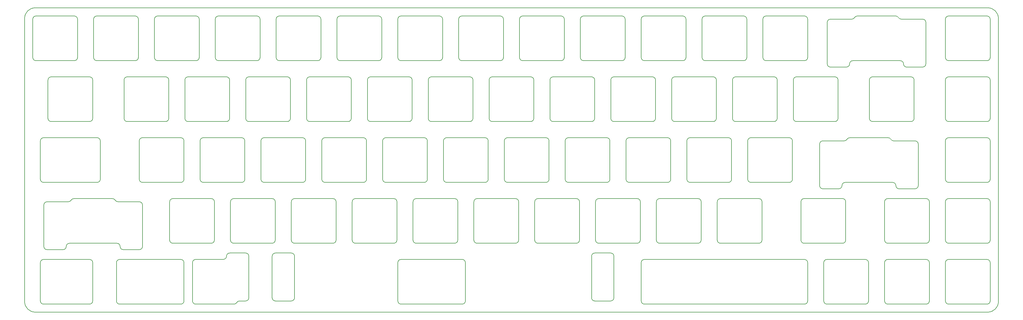
<source format=gbr>
%TF.GenerationSoftware,KiCad,Pcbnew,5.1.7-a382d34a8~88~ubuntu20.04.1*%
%TF.CreationDate,2021-02-20T19:58:06+01:00*%
%TF.ProjectId,discipline-plate,64697363-6970-46c6-996e-652d706c6174,rev?*%
%TF.SameCoordinates,Original*%
%TF.FileFunction,Legend,Bot*%
%TF.FilePolarity,Positive*%
%FSLAX46Y46*%
G04 Gerber Fmt 4.6, Leading zero omitted, Abs format (unit mm)*
G04 Created by KiCad (PCBNEW 5.1.7-a382d34a8~88~ubuntu20.04.1) date 2021-02-20 19:58:06*
%MOMM*%
%LPD*%
G01*
G04 APERTURE LIST*
%TA.AperFunction,Profile*%
%ADD10C,0.200000*%
%TD*%
%TA.AperFunction,Profile*%
%ADD11C,0.150000*%
%TD*%
G04 APERTURE END LIST*
D10*
X356079300Y-119848400D02*
G75*
G02*
X355079300Y-120848400I-1000000J0D01*
G01*
X356079300Y-100798400D02*
G75*
G02*
X355079300Y-101798400I-1000000J0D01*
G01*
X171629300Y-177998400D02*
G75*
G02*
X170629300Y-176998400I0J1000000D01*
G01*
X90673550Y-159948400D02*
G75*
G02*
X89673550Y-160948400I-1000000J0D01*
G01*
X160816800Y-138898400D02*
G75*
G02*
X159816800Y-139898400I-1000000J0D01*
G01*
X155054300Y-106848400D02*
G75*
G02*
X156054300Y-107848400I0J-1000000D01*
G01*
X137273050Y-161998400D02*
G75*
G02*
X138273050Y-162998400I0J-1000000D01*
G01*
X284929300Y-88798400D02*
G75*
G02*
X285929300Y-87798400I1000000J0D01*
G01*
X132273050Y-161998400D02*
X137273050Y-161998400D01*
X75379300Y-100798400D02*
X75379300Y-88798400D01*
X307454300Y-120848400D02*
X295454300Y-120848400D01*
X131273050Y-175998400D02*
X131273050Y-162998400D01*
X138273050Y-162998400D02*
X138273050Y-175998400D01*
X100191800Y-158948400D02*
G75*
G02*
X99191800Y-157948400I0J1000000D01*
G01*
X112191800Y-158948400D02*
X100191800Y-158948400D01*
X221729300Y-101798400D02*
X209729300Y-101798400D01*
X131273050Y-162998400D02*
G75*
G02*
X132273050Y-161998400I1000000J0D01*
G01*
X146529300Y-88798400D02*
X146529300Y-100798400D01*
X231254300Y-106848400D02*
G75*
G02*
X232254300Y-107848400I0J-1000000D01*
G01*
X132529300Y-88798400D02*
G75*
G02*
X133529300Y-87798400I1000000J0D01*
G01*
X89379300Y-88798400D02*
X89379300Y-100798400D01*
X128766800Y-125898400D02*
X140766800Y-125898400D01*
X143054300Y-106848400D02*
X155054300Y-106848400D01*
X62091800Y-106848400D02*
X74091800Y-106848400D01*
X140766800Y-125898400D02*
G75*
G02*
X141766800Y-126898400I0J-1000000D01*
G01*
X356079300Y-145948400D02*
X356079300Y-157948400D01*
X127766800Y-126898400D02*
G75*
G02*
X128766800Y-125898400I1000000J0D01*
G01*
X232254300Y-107848400D02*
X232254300Y-119848400D01*
X245541800Y-158948400D02*
X233541800Y-158948400D01*
X333561050Y-127898400D02*
X333561050Y-140898400D01*
X355079300Y-139898400D02*
X343079300Y-139898400D01*
X236016800Y-139898400D02*
X224016800Y-139898400D01*
X356079300Y-88798400D02*
X356079300Y-100798400D01*
X137291800Y-145948400D02*
G75*
G02*
X138291800Y-144948400I1000000J0D01*
G01*
X255066800Y-139898400D02*
X243066800Y-139898400D01*
X343079300Y-101798400D02*
G75*
G02*
X342079300Y-100798400I0J1000000D01*
G01*
X137273050Y-176998400D02*
X132273050Y-176998400D01*
X137291800Y-157948400D02*
X137291800Y-145948400D01*
X256066800Y-126898400D02*
X256066800Y-138898400D01*
X337029300Y-145948400D02*
X337029300Y-157948400D01*
X119241800Y-158948400D02*
G75*
G02*
X118241800Y-157948400I0J1000000D01*
G01*
X56329300Y-88798400D02*
G75*
G02*
X57329300Y-87798400I1000000J0D01*
G01*
X335942300Y-102798400D02*
G75*
G02*
X334942300Y-103798400I-1000000J0D01*
G01*
X342079300Y-138898400D02*
X342079300Y-126898400D01*
X231279300Y-175998400D02*
X231279300Y-162998400D01*
X150291799Y-158948400D02*
X138291800Y-158948400D01*
X197916800Y-139898400D02*
X185916800Y-139898400D01*
X203966800Y-138898400D02*
X203966800Y-126898400D01*
X138291800Y-158948400D02*
G75*
G02*
X137291800Y-157948400I0J1000000D01*
G01*
X58710550Y-176998400D02*
X58710550Y-164998400D01*
X124004300Y-120848400D02*
G75*
G02*
X123004300Y-119848400I0J1000000D01*
G01*
X76379300Y-87798400D02*
X88379300Y-87798400D01*
X104954300Y-120848400D02*
G75*
G02*
X103954300Y-119848400I0J1000000D01*
G01*
X285929300Y-101798400D02*
G75*
G02*
X284929300Y-100798400I0J1000000D01*
G01*
X243066800Y-139898400D02*
G75*
G02*
X242066800Y-138898400I0J1000000D01*
G01*
X343079300Y-158948400D02*
G75*
G02*
X342079300Y-157948400I0J1000000D01*
G01*
X309835550Y-144948400D02*
G75*
G02*
X310835550Y-145948400I0J-1000000D01*
G01*
X117954300Y-107848400D02*
X117954300Y-119848400D01*
X175391800Y-145948400D02*
G75*
G02*
X176391800Y-144948400I1000000J0D01*
G01*
X342079300Y-100798400D02*
X342079300Y-88798400D01*
X114479299Y-87798400D02*
X126479300Y-87798400D01*
X342079300Y-88798400D02*
G75*
G02*
X343079300Y-87798400I1000000J0D01*
G01*
X102666800Y-163998400D02*
G75*
G02*
X103666800Y-164998400I0J-1000000D01*
G01*
X75379300Y-88798400D02*
G75*
G02*
X76379300Y-87798400I1000000J0D01*
G01*
X238304300Y-120848400D02*
G75*
G02*
X237304300Y-119848400I0J1000000D01*
G01*
X126479300Y-87798400D02*
G75*
G02*
X127479300Y-88798400I0J-1000000D01*
G01*
X243066800Y-125898400D02*
X255066800Y-125898400D01*
X133529300Y-87798400D02*
X145529300Y-87798400D01*
X175391800Y-157948400D02*
X175391800Y-145948400D01*
X132241800Y-145948400D02*
X132241800Y-157948400D01*
X311066300Y-103798400D02*
X306066300Y-103798400D01*
X145529300Y-87798400D02*
G75*
G02*
X146529300Y-88798400I0J-1000000D01*
G01*
X145529300Y-101798400D02*
X133529300Y-101798400D01*
X127479300Y-100798400D02*
G75*
G02*
X126479300Y-101798400I-1000000J0D01*
G01*
X326504300Y-87798400D02*
G75*
G02*
X327370325Y-88298400I0J-1000000D01*
G01*
X327942300Y-101798400D02*
G75*
G02*
X328942300Y-102798400I0J-1000000D01*
G01*
X305066300Y-89798400D02*
G75*
G02*
X306066300Y-88798400I1000000J0D01*
G01*
X355079300Y-144948400D02*
G75*
G02*
X356079300Y-145948400I0J-1000000D01*
G01*
X223016800Y-138898400D02*
X223016800Y-126898400D01*
X237279300Y-176998400D02*
X232279300Y-176998400D01*
X216966800Y-139898400D02*
X204966800Y-139898400D01*
X185916800Y-125898400D02*
X197916800Y-125898400D01*
X127479299Y-88798400D02*
X127479300Y-100798400D01*
X126479300Y-101798400D02*
X114479299Y-101798400D01*
X119241800Y-144948400D02*
X131241800Y-144948400D01*
X296835550Y-157948400D02*
X296835550Y-145948400D01*
X296835550Y-145948400D02*
G75*
G02*
X297835550Y-144948400I1000000J0D01*
G01*
X342079300Y-126898400D02*
G75*
G02*
X343079300Y-125898400I1000000J0D01*
G01*
X70329299Y-88798400D02*
X70329300Y-100798400D01*
X281166800Y-139898400D02*
G75*
G02*
X280166800Y-138898400I0J1000000D01*
G01*
X103954300Y-107848400D02*
G75*
G02*
X104954300Y-106848400I1000000J0D01*
G01*
X219254300Y-106848400D02*
X231254300Y-106848400D01*
X208441800Y-157948400D02*
G75*
G02*
X207441800Y-158948400I-1000000J0D01*
G01*
X76473050Y-139898400D02*
X59710550Y-139898400D01*
X331266800Y-120848400D02*
X319266799Y-120848400D01*
X123004300Y-107848400D02*
G75*
G02*
X124004300Y-106848400I1000000J0D01*
G01*
X147816800Y-139898400D02*
G75*
G02*
X146816800Y-138898400I0J1000000D01*
G01*
X257354300Y-120848400D02*
G75*
G02*
X256354300Y-119848400I0J1000000D01*
G01*
X122716800Y-138898400D02*
G75*
G02*
X121716800Y-139898400I-1000000J0D01*
G01*
X142054300Y-107848400D02*
G75*
G02*
X143054300Y-106848400I1000000J0D01*
G01*
X159816800Y-125898400D02*
G75*
G02*
X160816800Y-126898400I0J-1000000D01*
G01*
X251304300Y-119848400D02*
G75*
G02*
X250304300Y-120848400I-1000000J0D01*
G01*
X274116800Y-139898400D02*
X262116800Y-139898400D01*
X100191800Y-144948400D02*
X112191800Y-144948400D01*
X85904300Y-120848400D02*
G75*
G02*
X84904300Y-119848400I0J1000000D01*
G01*
X308454300Y-119848400D02*
G75*
G02*
X307454300Y-120848400I-1000000J0D01*
G01*
X214491800Y-144948400D02*
X226491800Y-144948400D01*
X262116800Y-125898400D02*
X274116800Y-125898400D01*
X75091800Y-119848400D02*
G75*
G02*
X74091800Y-120848400I-1000000J0D01*
G01*
X193154300Y-106848400D02*
G75*
G02*
X194154300Y-107848400I0J-1000000D01*
G01*
X108716800Y-138898400D02*
X108716800Y-126898400D01*
X256354300Y-119848400D02*
X256354300Y-107848400D01*
X227779300Y-88798400D02*
G75*
G02*
X228779300Y-87798400I1000000J0D01*
G01*
X250304300Y-106848400D02*
G75*
G02*
X251304300Y-107848400I0J-1000000D01*
G01*
X61091800Y-107848400D02*
G75*
G02*
X62091800Y-106848400I1000000J0D01*
G01*
X109716800Y-139898400D02*
G75*
G02*
X108716800Y-138898400I0J1000000D01*
G01*
X120201575Y-177498400D02*
G75*
G02*
X121067600Y-176998400I866025J-500000D01*
G01*
X89379300Y-100798400D02*
G75*
G02*
X88379300Y-101798400I-1000000J0D01*
G01*
X151579300Y-100798400D02*
X151579300Y-88798400D01*
X88379300Y-101798400D02*
X76379300Y-101798400D01*
X190679300Y-101798400D02*
G75*
G02*
X189679300Y-100798400I0J1000000D01*
G01*
X281166800Y-125898400D02*
X293166800Y-125898400D01*
X116979300Y-162998400D02*
G75*
G02*
X117979300Y-161998400I1000000J0D01*
G01*
X119335550Y-177998400D02*
X107335550Y-177998400D01*
X323029300Y-176998400D02*
X323029300Y-164998400D01*
X260829300Y-88798400D02*
X260829300Y-100798400D01*
X170629300Y-176998400D02*
X170629300Y-164998400D01*
X208441800Y-145948400D02*
X208441800Y-157948400D01*
X121716800Y-139898400D02*
X109716800Y-139898400D01*
X209729300Y-101798400D02*
G75*
G02*
X208729300Y-100798400I0J1000000D01*
G01*
X279879300Y-88798400D02*
X279879300Y-100798400D01*
X183629299Y-87798400D02*
G75*
G02*
X184629299Y-88798400I0J-1000000D01*
G01*
X269354300Y-106848400D02*
G75*
G02*
X270354300Y-107848400I0J-1000000D01*
G01*
X316979300Y-177998400D02*
X304979300Y-177998400D01*
X237304300Y-119848400D02*
X237304300Y-107848400D01*
X95429300Y-101798400D02*
G75*
G02*
X94429300Y-100798400I0J1000000D01*
G01*
X297929300Y-87798400D02*
G75*
G02*
X298929300Y-88798400I0J-1000000D01*
G01*
X141766800Y-126898400D02*
X141766800Y-138898400D01*
X319266799Y-106848400D02*
X331266800Y-106848400D01*
X232254300Y-119848400D02*
G75*
G02*
X231254300Y-120848400I-1000000J0D01*
G01*
X227491800Y-157948400D02*
G75*
G02*
X226491800Y-158948400I-1000000J0D01*
G01*
X232541800Y-157948400D02*
X232541800Y-145948400D01*
X169341800Y-144948400D02*
G75*
G02*
X170341800Y-145948400I0J-1000000D01*
G01*
X270641800Y-145948400D02*
G75*
G02*
X271641800Y-144948400I1000000J0D01*
G01*
X191773050Y-176998400D02*
G75*
G02*
X190773050Y-177998400I-1000000J0D01*
G01*
X76379300Y-101798400D02*
G75*
G02*
X75379300Y-100798400I0J1000000D01*
G01*
X318266799Y-119848400D02*
X318266799Y-107848400D01*
X270641800Y-157948400D02*
X270641800Y-145948400D01*
X189391800Y-157948400D02*
G75*
G02*
X188391800Y-158948400I-1000000J0D01*
G01*
X227491800Y-145948400D02*
X227491800Y-157948400D01*
X132273050Y-176998400D02*
G75*
G02*
X131273050Y-175998400I0J1000000D01*
G01*
X62091800Y-120848400D02*
G75*
G02*
X61091800Y-119848400I0J1000000D01*
G01*
X342079300Y-107848400D02*
G75*
G02*
X343079300Y-106848400I1000000J0D01*
G01*
X137004300Y-119848400D02*
G75*
G02*
X136004300Y-120848400I-1000000J0D01*
G01*
X342079300Y-164998400D02*
G75*
G02*
X343079300Y-163998400I1000000J0D01*
G01*
X336029300Y-163998400D02*
G75*
G02*
X337029300Y-164998400I0J-1000000D01*
G01*
X99191800Y-157948400D02*
X99191800Y-145948400D01*
X156341800Y-157948400D02*
X156341800Y-145948400D01*
X240779300Y-101798400D02*
X228779300Y-101798400D01*
X188391800Y-144948400D02*
G75*
G02*
X189391800Y-145948400I0J-1000000D01*
G01*
X203679300Y-100798400D02*
G75*
G02*
X202679300Y-101798400I-1000000J0D01*
G01*
X251591800Y-157948400D02*
X251591800Y-145948400D01*
X103666800Y-176998400D02*
G75*
G02*
X102666800Y-177998400I-1000000J0D01*
G01*
X264591800Y-158948400D02*
X252591800Y-158948400D01*
X356079300Y-176998400D02*
G75*
G02*
X355079300Y-177998400I-1000000J0D01*
G01*
X309685050Y-140898400D02*
G75*
G02*
X308685050Y-141898400I-1000000J0D01*
G01*
X275116800Y-126898400D02*
X275116800Y-138898400D01*
X232541800Y-145948400D02*
G75*
G02*
X233541800Y-144948400I1000000J0D01*
G01*
X307454300Y-106848400D02*
G75*
G02*
X308454300Y-107848400I0J-1000000D01*
G01*
X58710550Y-126898400D02*
G75*
G02*
X59710550Y-125898400I1000000J0D01*
G01*
X157341800Y-144948400D02*
X169341800Y-144948400D01*
X336029300Y-177998400D02*
X324029300Y-177998400D01*
X332266800Y-119848400D02*
G75*
G02*
X331266800Y-120848400I-1000000J0D01*
G01*
X342079300Y-119848400D02*
X342079300Y-107848400D01*
X250304300Y-120848400D02*
X238304300Y-120848400D01*
X257354300Y-106848400D02*
X269354300Y-106848400D01*
X136004300Y-120848400D02*
X124004300Y-120848400D01*
X275116800Y-138898400D02*
G75*
G02*
X274116800Y-139898400I-1000000J0D01*
G01*
X170629300Y-164998400D02*
G75*
G02*
X171629300Y-163998400I1000000J0D01*
G01*
X156054300Y-107848400D02*
X156054300Y-119848400D01*
X138273050Y-175998400D02*
G75*
G02*
X137273050Y-176998400I-1000000J0D01*
G01*
X212204300Y-120848400D02*
X200204300Y-120848400D01*
X122979300Y-176998400D02*
X121067600Y-176998400D01*
X165866800Y-138898400D02*
X165866800Y-126898400D01*
X311257025Y-126398400D02*
G75*
G02*
X312123050Y-125898400I866025J-500000D01*
G01*
X280166800Y-138898400D02*
X280166800Y-126898400D01*
X95429300Y-87798400D02*
X107429300Y-87798400D01*
X222729300Y-88798400D02*
X222729300Y-100798400D01*
X271641800Y-158948400D02*
G75*
G02*
X270641800Y-157948400I0J1000000D01*
G01*
X302685050Y-140898400D02*
X302685050Y-127898400D01*
X107429300Y-87798400D02*
G75*
G02*
X108429300Y-88798400I0J-1000000D01*
G01*
X293166800Y-125898400D02*
G75*
G02*
X294166800Y-126898400I0J-1000000D01*
G01*
X179866800Y-138898400D02*
G75*
G02*
X178866800Y-139898400I-1000000J0D01*
G01*
X246541800Y-145948400D02*
X246541800Y-157948400D01*
X303979300Y-164998400D02*
G75*
G02*
X304979300Y-163998400I1000000J0D01*
G01*
X165579300Y-88798400D02*
X165579300Y-100798400D01*
X61091800Y-119848400D02*
X61091800Y-107848400D01*
X256354300Y-107848400D02*
G75*
G02*
X257354300Y-106848400I1000000J0D01*
G01*
X213491800Y-157948400D02*
X213491800Y-145948400D01*
X120201575Y-177498400D02*
G75*
G02*
X119335550Y-177998400I-866025J500000D01*
G01*
X194441800Y-145948400D02*
G75*
G02*
X195441800Y-144948400I1000000J0D01*
G01*
X146816800Y-126898400D02*
G75*
G02*
X147816800Y-125898400I1000000J0D01*
G01*
X233541800Y-158948400D02*
G75*
G02*
X232541800Y-157948400I0J1000000D01*
G01*
X176391800Y-144948400D02*
X188391800Y-144948400D01*
X60797550Y-145948400D02*
X67503499Y-145948400D01*
X209729300Y-87798400D02*
X221729300Y-87798400D01*
X127766800Y-138898400D02*
X127766800Y-126898400D01*
X194154300Y-119848400D02*
G75*
G02*
X193154300Y-120848400I-1000000J0D01*
G01*
X356079300Y-164998400D02*
X356079300Y-176998400D01*
X178866800Y-139898400D02*
X166866800Y-139898400D01*
X102666800Y-139898400D02*
X90666800Y-139898400D01*
X356079300Y-107848400D02*
X356079300Y-119848400D01*
X94429300Y-88798400D02*
G75*
G02*
X95429300Y-87798400I1000000J0D01*
G01*
X113191800Y-145948400D02*
X113191800Y-157948400D01*
X355079300Y-106848400D02*
G75*
G02*
X356079300Y-107848400I0J-1000000D01*
G01*
X107335550Y-163998400D02*
X115979300Y-163998400D01*
X82967600Y-145948400D02*
G75*
G02*
X82101575Y-145448400I0J1000000D01*
G01*
X156341800Y-145948400D02*
G75*
G02*
X157341800Y-144948400I1000000J0D01*
G01*
X98904300Y-119848400D02*
G75*
G02*
X97904300Y-120848400I-1000000J0D01*
G01*
X228779300Y-101798400D02*
G75*
G02*
X227779300Y-100798400I0J1000000D01*
G01*
X246541800Y-157948400D02*
G75*
G02*
X245541800Y-158948400I-1000000J0D01*
G01*
X324123050Y-125898400D02*
G75*
G02*
X324989075Y-126398400I0J-1000000D01*
G01*
X325561050Y-139898400D02*
X310685050Y-139898400D01*
X170341800Y-145948400D02*
X170341800Y-157948400D01*
X106335550Y-176998400D02*
X106335550Y-164998400D01*
X259829300Y-87798400D02*
G75*
G02*
X260829300Y-88798400I0J-1000000D01*
G01*
X304979300Y-177998400D02*
G75*
G02*
X303979300Y-176998400I0J1000000D01*
G01*
X102666800Y-125898400D02*
G75*
G02*
X103666800Y-126898400I0J-1000000D01*
G01*
X103666800Y-138898400D02*
G75*
G02*
X102666800Y-139898400I-1000000J0D01*
G01*
X343079300Y-177998400D02*
G75*
G02*
X342079300Y-176998400I0J1000000D01*
G01*
X74091800Y-120848400D02*
X62091800Y-120848400D01*
X140766800Y-139898400D02*
X128766800Y-139898400D01*
X343079300Y-163998400D02*
X355079300Y-163998400D01*
X109716800Y-125898400D02*
X121716800Y-125898400D01*
X77473050Y-126898400D02*
X77473050Y-138898400D01*
X165866800Y-126898400D02*
G75*
G02*
X166866800Y-125898400I1000000J0D01*
G01*
X162104300Y-106848400D02*
X174104300Y-106848400D01*
X85904300Y-106848400D02*
X97904300Y-106848400D01*
X246829300Y-164998400D02*
G75*
G02*
X247829300Y-163998400I1000000J0D01*
G01*
X89666800Y-126898400D02*
G75*
G02*
X90666800Y-125898400I1000000J0D01*
G01*
X116979300Y-162998400D02*
G75*
G02*
X115979300Y-163998400I-1000000J0D01*
G01*
X199204300Y-107848400D02*
G75*
G02*
X200204300Y-106848400I1000000J0D01*
G01*
X325855100Y-126898400D02*
G75*
G02*
X324989075Y-126398400I0J1000000D01*
G01*
X112191800Y-144948400D02*
G75*
G02*
X113191800Y-145948400I0J-1000000D01*
G01*
X84904300Y-107848400D02*
G75*
G02*
X85904300Y-106848400I1000000J0D01*
G01*
X332561050Y-141898400D02*
X327561050Y-141898400D01*
X285929300Y-87798400D02*
X297929300Y-87798400D01*
X226491800Y-158948400D02*
X214491800Y-158948400D01*
X174104300Y-120848400D02*
X162104300Y-120848400D01*
X113191800Y-157948400D02*
G75*
G02*
X112191800Y-158948400I-1000000J0D01*
G01*
X325855100Y-126898400D02*
X332561050Y-126898400D01*
X337029300Y-164998400D02*
X337029300Y-176998400D01*
X189679300Y-88798400D02*
G75*
G02*
X190679300Y-87798400I1000000J0D01*
G01*
X189391800Y-145948400D02*
X189391800Y-157948400D01*
X59797550Y-159948400D02*
X59797550Y-146948400D01*
X106335550Y-164998400D02*
G75*
G02*
X107335550Y-163998400I1000000J0D01*
G01*
X245541800Y-144948400D02*
G75*
G02*
X246541800Y-145948400I0J-1000000D01*
G01*
X59710550Y-125898400D02*
X76473050Y-125898400D01*
X84673550Y-160948400D02*
G75*
G02*
X83673550Y-159948400I0J1000000D01*
G01*
X298929300Y-88798400D02*
X298929300Y-100798400D01*
X293166800Y-139898400D02*
X281166800Y-139898400D01*
X157341800Y-158948400D02*
G75*
G02*
X156341800Y-157948400I0J1000000D01*
G01*
X190773050Y-163998400D02*
G75*
G02*
X191773050Y-164998400I0J-1000000D01*
G01*
X89673550Y-145948400D02*
G75*
G02*
X90673550Y-146948400I0J-1000000D01*
G01*
X303685050Y-126898400D02*
X310390999Y-126898400D01*
X174104300Y-106848400D02*
G75*
G02*
X175104300Y-107848400I0J-1000000D01*
G01*
X108716800Y-126898400D02*
G75*
G02*
X109716800Y-125898400I1000000J0D01*
G01*
X179866800Y-126898400D02*
X179866800Y-138898400D01*
X312123050Y-125898400D02*
X324123049Y-125898400D01*
X77473050Y-138898400D02*
G75*
G02*
X76473050Y-139898400I-1000000J0D01*
G01*
X200204300Y-120848400D02*
G75*
G02*
X199204300Y-119848400I0J1000000D01*
G01*
X213491800Y-145948400D02*
G75*
G02*
X214491800Y-144948400I1000000J0D01*
G01*
X308685050Y-141898400D02*
X303685050Y-141898400D01*
X219254300Y-120848400D02*
G75*
G02*
X218254300Y-119848400I0J1000000D01*
G01*
X278879300Y-87798400D02*
G75*
G02*
X279879300Y-88798400I0J-1000000D01*
G01*
X74091800Y-106848400D02*
G75*
G02*
X75091800Y-107848400I0J-1000000D01*
G01*
X190679300Y-87798400D02*
X202679300Y-87798400D01*
X89666800Y-138898400D02*
X89666800Y-126898400D01*
X297929300Y-177998400D02*
X247829300Y-177998400D01*
X317979300Y-164998400D02*
X317979300Y-176998400D01*
X238304300Y-106848400D02*
X250304300Y-106848400D01*
X84904300Y-119848400D02*
X84904300Y-107848400D01*
X195441800Y-158948400D02*
G75*
G02*
X194441800Y-157948400I0J1000000D01*
G01*
X262116800Y-139898400D02*
G75*
G02*
X261116800Y-138898400I0J1000000D01*
G01*
X233541800Y-144948400D02*
X245541800Y-144948400D01*
X270354300Y-119848400D02*
G75*
G02*
X269354300Y-120848400I-1000000J0D01*
G01*
X98904300Y-107848400D02*
X98904300Y-119848400D01*
X280166800Y-126898400D02*
G75*
G02*
X281166800Y-125898400I1000000J0D01*
G01*
X311257024Y-126398400D02*
G75*
G02*
X310390999Y-126898400I-866025J500000D01*
G01*
X123004300Y-119848400D02*
X123004300Y-107848400D01*
X189679300Y-100798400D02*
X189679300Y-88798400D01*
X294454300Y-107848400D02*
G75*
G02*
X295454300Y-106848400I1000000J0D01*
G01*
X261116800Y-138898400D02*
X261116800Y-126898400D01*
X226491800Y-144948400D02*
G75*
G02*
X227491800Y-145948400I0J-1000000D01*
G01*
X241779300Y-88798400D02*
X241779300Y-100798400D01*
X317979300Y-176998400D02*
G75*
G02*
X316979300Y-177998400I-1000000J0D01*
G01*
X259829300Y-101798400D02*
X247829300Y-101798400D01*
X89673550Y-160948400D02*
X84673550Y-160948400D01*
X265591800Y-157948400D02*
G75*
G02*
X264591800Y-158948400I-1000000J0D01*
G01*
X107429300Y-101798400D02*
X95429300Y-101798400D01*
X122979300Y-161998400D02*
G75*
G02*
X123979300Y-162998400I0J-1000000D01*
G01*
X207441800Y-144948400D02*
G75*
G02*
X208441800Y-145948400I0J-1000000D01*
G01*
X283641800Y-158948400D02*
X271641800Y-158948400D01*
X252591800Y-158948400D02*
G75*
G02*
X251591800Y-157948400I0J1000000D01*
G01*
X294166800Y-126898400D02*
X294166800Y-138898400D01*
X331266800Y-106848400D02*
G75*
G02*
X332266800Y-107848400I0J-1000000D01*
G01*
X208729300Y-88798400D02*
G75*
G02*
X209729300Y-87798400I1000000J0D01*
G01*
X247829300Y-101798400D02*
G75*
G02*
X246829300Y-100798400I0J1000000D01*
G01*
X103666800Y-126898400D02*
X103666800Y-138898400D01*
X169341800Y-158948400D02*
X157341800Y-158948400D01*
X269354300Y-120848400D02*
X257354300Y-120848400D01*
X123979300Y-162998400D02*
X123979300Y-175998400D01*
X284641800Y-157948400D02*
G75*
G02*
X283641800Y-158948400I-1000000J0D01*
G01*
X161104300Y-107848400D02*
G75*
G02*
X162104300Y-106848400I1000000J0D01*
G01*
X108429300Y-88798400D02*
X108429300Y-100798400D01*
X136004300Y-106848400D02*
G75*
G02*
X137004300Y-107848400I0J-1000000D01*
G01*
X208729300Y-100798400D02*
X208729300Y-88798400D01*
X332266800Y-107848400D02*
X332266800Y-119848400D01*
X117979300Y-161998400D02*
X122979300Y-161998400D01*
X178866800Y-125898400D02*
G75*
G02*
X179866800Y-126898400I0J-1000000D01*
G01*
X343079300Y-106848400D02*
X355079300Y-106848400D01*
X294454300Y-119848400D02*
X294454300Y-107848400D01*
X97904300Y-106848400D02*
G75*
G02*
X98904300Y-107848400I0J-1000000D01*
G01*
X298929300Y-176998400D02*
G75*
G02*
X297929300Y-177998400I-1000000J0D01*
G01*
X66797550Y-159948400D02*
G75*
G02*
X67797550Y-158948400I1000000J0D01*
G01*
X199204300Y-119848400D02*
X199204300Y-107848400D01*
X270354300Y-107848400D02*
X270354300Y-119848400D01*
X246829300Y-176998400D02*
X246829300Y-164998400D01*
X170341800Y-157948400D02*
G75*
G02*
X169341800Y-158948400I-1000000J0D01*
G01*
X75091800Y-107848400D02*
X75091800Y-119848400D01*
X246829300Y-88798400D02*
G75*
G02*
X247829300Y-87798400I1000000J0D01*
G01*
X166866800Y-125898400D02*
X178866800Y-125898400D01*
X203679300Y-88798400D02*
X203679300Y-100798400D01*
X146816800Y-138898400D02*
X146816800Y-126898400D01*
X124004300Y-106848400D02*
X136004300Y-106848400D01*
X181154300Y-120848400D02*
G75*
G02*
X180154300Y-119848400I0J1000000D01*
G01*
X227779300Y-100798400D02*
X227779300Y-88798400D01*
X76473050Y-125898400D02*
G75*
G02*
X77473050Y-126898400I0J-1000000D01*
G01*
X107335550Y-177998400D02*
G75*
G02*
X106335550Y-176998400I0J1000000D01*
G01*
X303685050Y-141898400D02*
G75*
G02*
X302685050Y-140898400I0J1000000D01*
G01*
X327561050Y-141898400D02*
G75*
G02*
X326561050Y-140898400I0J1000000D01*
G01*
X68369525Y-145448400D02*
G75*
G02*
X69235550Y-144948400I866025J-500000D01*
G01*
X69235550Y-144948400D02*
X81235550Y-144948400D01*
X152579300Y-87798400D02*
X164579300Y-87798400D01*
X212204300Y-106848400D02*
G75*
G02*
X213204300Y-107848400I0J-1000000D01*
G01*
X90666800Y-125898400D02*
X102666800Y-125898400D01*
X99191800Y-145948400D02*
G75*
G02*
X100191800Y-144948400I1000000J0D01*
G01*
X247829300Y-177998400D02*
G75*
G02*
X246829300Y-176998400I0J1000000D01*
G01*
X161104300Y-119848400D02*
X161104300Y-107848400D01*
X82967600Y-145948399D02*
X89673550Y-145948400D01*
X121716800Y-125898400D02*
G75*
G02*
X122716800Y-126898400I0J-1000000D01*
G01*
X241779300Y-100798400D02*
G75*
G02*
X240779300Y-101798400I-1000000J0D01*
G01*
X240779300Y-87798400D02*
G75*
G02*
X241779300Y-88798400I0J-1000000D01*
G01*
X151579300Y-88798400D02*
G75*
G02*
X152579300Y-87798400I1000000J0D01*
G01*
X176391800Y-158948400D02*
G75*
G02*
X175391800Y-157948400I0J1000000D01*
G01*
X108429300Y-100798400D02*
G75*
G02*
X107429300Y-101798400I-1000000J0D01*
G01*
X190773050Y-177998400D02*
X171629300Y-177998400D01*
X213204300Y-119848400D02*
G75*
G02*
X212204300Y-120848400I-1000000J0D01*
G01*
X261116800Y-126898400D02*
G75*
G02*
X262116800Y-125898400I1000000J0D01*
G01*
X295454300Y-120848400D02*
G75*
G02*
X294454300Y-119848400I0J1000000D01*
G01*
X343079300Y-120848400D02*
G75*
G02*
X342079300Y-119848400I0J1000000D01*
G01*
X325561050Y-139898400D02*
G75*
G02*
X326561050Y-140898400I0J-1000000D01*
G01*
X166866800Y-139898400D02*
G75*
G02*
X165866800Y-138898400I0J1000000D01*
G01*
X218254300Y-119848400D02*
X218254300Y-107848400D01*
X68369524Y-145448400D02*
G75*
G02*
X67503499Y-145948400I-866025J500000D01*
G01*
X284641800Y-145948400D02*
X284641800Y-157948400D01*
X164579300Y-101798400D02*
X152579300Y-101798400D01*
X304979300Y-163998400D02*
X316979300Y-163998400D01*
X355079300Y-177998400D02*
X343079300Y-177998400D01*
X252591800Y-144948400D02*
X264591800Y-144948400D01*
X159816800Y-139898400D02*
X147816800Y-139898400D01*
X122716800Y-126898400D02*
X122716800Y-138898400D01*
X332561050Y-126898400D02*
G75*
G02*
X333561050Y-127898400I0J-1000000D01*
G01*
X180154300Y-119848400D02*
X180154300Y-107848400D01*
X195441800Y-144948400D02*
X207441800Y-144948400D01*
X333561050Y-140898400D02*
G75*
G02*
X332561050Y-141898400I-1000000J0D01*
G01*
X294166800Y-138898400D02*
G75*
G02*
X293166800Y-139898400I-1000000J0D01*
G01*
X160816800Y-126898400D02*
X160816800Y-138898400D01*
X247829300Y-87798400D02*
X259829300Y-87798400D01*
X298929300Y-164998400D02*
X298929300Y-176998400D01*
X324029300Y-163998400D02*
X336029300Y-163998400D01*
X207441800Y-158948400D02*
X195441800Y-158948400D01*
X155054300Y-120848400D02*
X143054300Y-120848400D01*
X165579300Y-100798400D02*
G75*
G02*
X164579300Y-101798400I-1000000J0D01*
G01*
X191773050Y-164998400D02*
X191773050Y-176998400D01*
X319266799Y-120848400D02*
G75*
G02*
X318266799Y-119848400I0J1000000D01*
G01*
X295454300Y-106848400D02*
X307454300Y-106848400D01*
X171629300Y-163998400D02*
X190773050Y-163998400D01*
X188391800Y-158948400D02*
X176391800Y-158948400D01*
X175104300Y-107848400D02*
X175104300Y-119848400D01*
X308454300Y-107848400D02*
X308454300Y-119848400D01*
X152579300Y-101798400D02*
G75*
G02*
X151579300Y-100798400I0J1000000D01*
G01*
X355079300Y-163998400D02*
G75*
G02*
X356079300Y-164998400I0J-1000000D01*
G01*
X202679300Y-87798400D02*
G75*
G02*
X203679300Y-88798400I0J-1000000D01*
G01*
X81235550Y-144948400D02*
G75*
G02*
X82101575Y-145448400I0J-1000000D01*
G01*
X297929300Y-163998400D02*
G75*
G02*
X298929300Y-164998400I0J-1000000D01*
G01*
X58710550Y-138898400D02*
X58710550Y-126898400D01*
X309685050Y-140898400D02*
G75*
G02*
X310685050Y-139898400I1000000J0D01*
G01*
X59710550Y-139898400D02*
G75*
G02*
X58710550Y-138898400I0J1000000D01*
G01*
X83523050Y-177998400D02*
G75*
G02*
X82523050Y-176998400I0J1000000D01*
G01*
X132529300Y-100798400D02*
X132529300Y-88798400D01*
X180154300Y-107848400D02*
G75*
G02*
X181154300Y-106848400I1000000J0D01*
G01*
X275404300Y-119848400D02*
X275404300Y-107848400D01*
X133529300Y-101798400D02*
G75*
G02*
X132529300Y-100798400I0J1000000D01*
G01*
X69329300Y-101798400D02*
X57329300Y-101798400D01*
X276404300Y-120848400D02*
G75*
G02*
X275404300Y-119848400I0J1000000D01*
G01*
X342079300Y-157948400D02*
X342079300Y-145948400D01*
X138291800Y-144948400D02*
X150291799Y-144948400D01*
X231279300Y-162998400D02*
G75*
G02*
X232279300Y-161998400I1000000J0D01*
G01*
X310835550Y-145948400D02*
X310835550Y-157948400D01*
X198916800Y-138898400D02*
G75*
G02*
X197916800Y-139898400I-1000000J0D01*
G01*
X113479299Y-88798400D02*
G75*
G02*
X114479299Y-87798400I1000000J0D01*
G01*
X237304300Y-107848400D02*
G75*
G02*
X238304300Y-106848400I1000000J0D01*
G01*
X69329300Y-87798401D02*
G75*
G02*
X70329299Y-88798400I0J-999999D01*
G01*
X312066300Y-102798400D02*
G75*
G02*
X313066300Y-101798400I1000000J0D01*
G01*
X194154300Y-107848400D02*
X194154300Y-119848400D01*
X355079300Y-125898400D02*
G75*
G02*
X356079300Y-126898400I0J-1000000D01*
G01*
X310835550Y-157948400D02*
G75*
G02*
X309835550Y-158948400I-1000000J0D01*
G01*
X306066300Y-88798400D02*
X312772249Y-88798400D01*
X305066300Y-102798400D02*
X305066300Y-89798400D01*
X313638275Y-88298400D02*
G75*
G02*
X314504300Y-87798400I866025J-500000D01*
G01*
X197916800Y-125898400D02*
G75*
G02*
X198916800Y-126898400I0J-1000000D01*
G01*
X143054300Y-120848400D02*
G75*
G02*
X142054300Y-119848400I0J1000000D01*
G01*
X323029300Y-157948400D02*
X323029300Y-145948400D01*
X336029300Y-158948400D02*
X324029300Y-158948400D01*
X150291799Y-144948400D02*
G75*
G02*
X151291799Y-145948400I0J-1000000D01*
G01*
X343079300Y-125898400D02*
X355079300Y-125898400D01*
X271641800Y-144948400D02*
X283641800Y-144948400D01*
X298929300Y-100798400D02*
G75*
G02*
X297929300Y-101798400I-1000000J0D01*
G01*
X116954300Y-106848400D02*
G75*
G02*
X117954300Y-107848400I0J-1000000D01*
G01*
X231254300Y-120848400D02*
X219254300Y-120848400D01*
X224016800Y-139898400D02*
G75*
G02*
X223016800Y-138898400I0J1000000D01*
G01*
X217966800Y-126898400D02*
X217966800Y-138898400D01*
X116954300Y-120848400D02*
X104954300Y-120848400D01*
X288404300Y-120848400D02*
X276404300Y-120848400D01*
X266879300Y-101798400D02*
G75*
G02*
X265879300Y-100798400I0J1000000D01*
G01*
X343079300Y-139898400D02*
G75*
G02*
X342079300Y-138898400I0J1000000D01*
G01*
X265879300Y-88798400D02*
G75*
G02*
X266879300Y-87798400I1000000J0D01*
G01*
X265879300Y-100798400D02*
X265879300Y-88798400D01*
X356079300Y-138898400D02*
G75*
G02*
X355079300Y-139898400I-1000000J0D01*
G01*
X237279300Y-161998400D02*
G75*
G02*
X238279300Y-162998400I0J-1000000D01*
G01*
X297929300Y-101798400D02*
X285929300Y-101798400D01*
X264591800Y-144948400D02*
G75*
G02*
X265591800Y-145948400I0J-1000000D01*
G01*
X314504300Y-87798400D02*
X326504299Y-87798400D01*
X223016800Y-126898400D02*
G75*
G02*
X224016800Y-125898400I1000000J0D01*
G01*
X328236350Y-88798400D02*
X334942300Y-88798400D01*
X324029300Y-158948400D02*
G75*
G02*
X323029300Y-157948400I0J1000000D01*
G01*
X313638274Y-88298400D02*
G75*
G02*
X312772249Y-88798400I-866025J500000D01*
G01*
X312066300Y-102798400D02*
G75*
G02*
X311066300Y-103798400I-1000000J0D01*
G01*
X184629299Y-100798400D02*
G75*
G02*
X183629299Y-101798400I-1000000J0D01*
G01*
X156054300Y-119848400D02*
G75*
G02*
X155054300Y-120848400I-1000000J0D01*
G01*
X104954300Y-106848400D02*
X116954300Y-106848400D01*
X316979300Y-163998400D02*
G75*
G02*
X317979300Y-164998400I0J-1000000D01*
G01*
X118241800Y-145948400D02*
G75*
G02*
X119241800Y-144948400I1000000J0D01*
G01*
X323029300Y-145948400D02*
G75*
G02*
X324029300Y-144948400I1000000J0D01*
G01*
X65797550Y-160948400D02*
X60797550Y-160948400D01*
X337029300Y-157948400D02*
G75*
G02*
X336029300Y-158948400I-1000000J0D01*
G01*
X329942300Y-103798400D02*
G75*
G02*
X328942300Y-102798400I0J1000000D01*
G01*
X297835550Y-158948400D02*
G75*
G02*
X296835550Y-157948400I0J1000000D01*
G01*
X260829300Y-100798400D02*
G75*
G02*
X259829300Y-101798400I-1000000J0D01*
G01*
X131241800Y-144948400D02*
G75*
G02*
X132241800Y-145948400I0J-1000000D01*
G01*
X82673550Y-158948400D02*
G75*
G02*
X83673550Y-159948400I0J-1000000D01*
G01*
X57329300Y-101798400D02*
G75*
G02*
X56329300Y-100798400I0J1000000D01*
G01*
X181154300Y-106848400D02*
X193154300Y-106848400D01*
X274116800Y-125898400D02*
G75*
G02*
X275116800Y-126898400I0J-1000000D01*
G01*
X56329300Y-100798400D02*
X56329300Y-88798400D01*
X171629300Y-87798400D02*
X183629299Y-87798400D01*
X118241800Y-157948400D02*
X118241800Y-145948400D01*
X184629299Y-88798400D02*
X184629299Y-100798400D01*
X204966800Y-139898400D02*
G75*
G02*
X203966800Y-138898400I0J1000000D01*
G01*
X75091800Y-176998400D02*
G75*
G02*
X74091800Y-177998400I-1000000J0D01*
G01*
X82523050Y-176998400D02*
X82523050Y-164998400D01*
X204966800Y-125898400D02*
X216966800Y-125898400D01*
X171629300Y-101798400D02*
G75*
G02*
X170629300Y-100798400I0J1000000D01*
G01*
X70329300Y-100798400D02*
G75*
G02*
X69329300Y-101798400I-1000000J0D01*
G01*
X216966800Y-125898400D02*
G75*
G02*
X217966800Y-126898400I0J-1000000D01*
G01*
X113479300Y-100798400D02*
X113479299Y-88798400D01*
X255066800Y-125898400D02*
G75*
G02*
X256066800Y-126898400I0J-1000000D01*
G01*
X284929300Y-100798400D02*
X284929300Y-88798400D01*
X324029300Y-177998400D02*
G75*
G02*
X323029300Y-176998400I0J1000000D01*
G01*
X57329300Y-87798400D02*
X69329300Y-87798401D01*
X194441800Y-157948400D02*
X194441800Y-145948400D01*
X128766800Y-139898400D02*
G75*
G02*
X127766800Y-138898400I0J1000000D01*
G01*
X318266799Y-107848400D02*
G75*
G02*
X319266799Y-106848400I1000000J0D01*
G01*
X97904300Y-120848400D02*
X85904300Y-120848400D01*
X137004300Y-107848400D02*
X137004300Y-119848400D01*
X218254300Y-107848400D02*
G75*
G02*
X219254300Y-106848400I1000000J0D01*
G01*
X355079300Y-120848400D02*
X343079300Y-120848400D01*
X247829300Y-163998400D02*
X297929300Y-163998400D01*
X246829300Y-100798400D02*
X246829300Y-88798400D01*
X202679300Y-101798400D02*
X190679300Y-101798400D01*
X175104300Y-119848400D02*
G75*
G02*
X174104300Y-120848400I-1000000J0D01*
G01*
X90673550Y-146948400D02*
X90673550Y-159948400D01*
X147816800Y-125898400D02*
X159816800Y-125898400D01*
X200204300Y-106848400D02*
X212204300Y-106848400D01*
X94429300Y-100798400D02*
X94429300Y-88798400D01*
X213204300Y-107848400D02*
X213204300Y-119848400D01*
X228779300Y-87798400D02*
X240779300Y-87798400D01*
X214491800Y-158948400D02*
G75*
G02*
X213491800Y-157948400I0J1000000D01*
G01*
X141766800Y-138898400D02*
G75*
G02*
X140766800Y-139898400I-1000000J0D01*
G01*
X303979300Y-176998400D02*
X303979300Y-164998400D01*
X164579300Y-87798400D02*
G75*
G02*
X165579300Y-88798400I0J-1000000D01*
G01*
X82673550Y-158948400D02*
X67797550Y-158948400D01*
X162104300Y-120848400D02*
G75*
G02*
X161104300Y-119848400I0J1000000D01*
G01*
X123979300Y-175998400D02*
G75*
G02*
X122979300Y-176998400I-1000000J0D01*
G01*
X337029300Y-176998400D02*
G75*
G02*
X336029300Y-177998400I-1000000J0D01*
G01*
X59797550Y-146948400D02*
G75*
G02*
X60797550Y-145948400I1000000J0D01*
G01*
X184916800Y-138898400D02*
X184916800Y-126898400D01*
X289404300Y-119848400D02*
G75*
G02*
X288404300Y-120848400I-1000000J0D01*
G01*
X323029300Y-164998400D02*
G75*
G02*
X324029300Y-163998400I1000000J0D01*
G01*
X309835550Y-158948400D02*
X297835550Y-158948400D01*
X334942300Y-88798400D02*
G75*
G02*
X335942300Y-89798400I0J-1000000D01*
G01*
X335942300Y-89798400D02*
X335942300Y-102798400D01*
X193154300Y-120848400D02*
X181154300Y-120848400D01*
X238279300Y-175998400D02*
G75*
G02*
X237279300Y-176998400I-1000000J0D01*
G01*
X59710550Y-163998400D02*
X74091800Y-163998400D01*
X117954300Y-119848400D02*
G75*
G02*
X116954300Y-120848400I-1000000J0D01*
G01*
X278879300Y-101798400D02*
X266879300Y-101798400D01*
X183629299Y-101798400D02*
X171629300Y-101798400D01*
X217966800Y-138898400D02*
G75*
G02*
X216966800Y-139898400I-1000000J0D01*
G01*
X275404300Y-107848400D02*
G75*
G02*
X276404300Y-106848400I1000000J0D01*
G01*
X59710550Y-177998400D02*
G75*
G02*
X58710550Y-176998400I0J1000000D01*
G01*
X83523050Y-163998400D02*
X102666800Y-163998400D01*
X222729300Y-100798400D02*
G75*
G02*
X221729300Y-101798400I-1000000J0D01*
G01*
X88379300Y-87798400D02*
G75*
G02*
X89379300Y-88798400I0J-1000000D01*
G01*
X355079300Y-87798400D02*
G75*
G02*
X356079300Y-88798400I0J-1000000D01*
G01*
X74091800Y-177998400D02*
X59710550Y-177998400D01*
X289404300Y-107848400D02*
X289404300Y-119848400D01*
X242066800Y-126898400D02*
G75*
G02*
X243066800Y-125898400I1000000J0D01*
G01*
X297835550Y-144948400D02*
X309835550Y-144948400D01*
X232279300Y-161998400D02*
X237279300Y-161998400D01*
X103954300Y-119848400D02*
X103954300Y-107848400D01*
X203966800Y-126898400D02*
G75*
G02*
X204966800Y-125898400I1000000J0D01*
G01*
X170629300Y-100798400D02*
X170629300Y-88798400D01*
X146529300Y-100798400D02*
G75*
G02*
X145529300Y-101798400I-1000000J0D01*
G01*
X58710550Y-164998400D02*
G75*
G02*
X59710550Y-163998400I1000000J0D01*
G01*
X114479299Y-101798400D02*
G75*
G02*
X113479299Y-100798400I0J1000000D01*
G01*
X302685050Y-127898400D02*
G75*
G02*
X303685050Y-126898400I1000000J0D01*
G01*
X283641800Y-144948400D02*
G75*
G02*
X284641800Y-145948400I0J-1000000D01*
G01*
X75091800Y-164998400D02*
X75091800Y-176998400D01*
X224016800Y-125898400D02*
X236016800Y-125898400D01*
X251304300Y-107848400D02*
X251304300Y-119848400D01*
X66797550Y-159948400D02*
G75*
G02*
X65797550Y-160948400I-1000000J0D01*
G01*
X356079300Y-157948400D02*
G75*
G02*
X355079300Y-158948400I-1000000J0D01*
G01*
X151291799Y-157948400D02*
G75*
G02*
X150291799Y-158948400I-1000000J0D01*
G01*
X265591800Y-145948400D02*
X265591800Y-157948400D01*
X328236350Y-88798400D02*
G75*
G02*
X327370325Y-88298400I0J1000000D01*
G01*
X82523050Y-164998400D02*
G75*
G02*
X83523050Y-163998400I1000000J0D01*
G01*
X132241800Y-157948400D02*
G75*
G02*
X131241800Y-158948400I-1000000J0D01*
G01*
X221729300Y-87798400D02*
G75*
G02*
X222729300Y-88798400I0J-1000000D01*
G01*
X90666800Y-139898400D02*
G75*
G02*
X89666800Y-138898400I0J1000000D01*
G01*
X102666800Y-177998400D02*
X83523050Y-177998400D01*
X306066300Y-103798400D02*
G75*
G02*
X305066300Y-102798400I0J1000000D01*
G01*
X232279300Y-176998400D02*
G75*
G02*
X231279300Y-175998400I0J1000000D01*
G01*
X256066800Y-138898400D02*
G75*
G02*
X255066800Y-139898400I-1000000J0D01*
G01*
X266879300Y-87798400D02*
X278879300Y-87798400D01*
X356079300Y-126898400D02*
X356079300Y-138898400D01*
X242066800Y-138898400D02*
X242066800Y-126898400D01*
X142054300Y-119848400D02*
X142054300Y-107848400D01*
X74091800Y-163998400D02*
G75*
G02*
X75091800Y-164998400I0J-1000000D01*
G01*
X170629300Y-88798400D02*
G75*
G02*
X171629300Y-87798400I1000000J0D01*
G01*
X237016800Y-138898400D02*
G75*
G02*
X236016800Y-139898400I-1000000J0D01*
G01*
X276404300Y-106848400D02*
X288404300Y-106848400D01*
X342079300Y-176998400D02*
X342079300Y-164998400D01*
X355079300Y-158948400D02*
X343079300Y-158948400D01*
X251591800Y-145948400D02*
G75*
G02*
X252591800Y-144948400I1000000J0D01*
G01*
X238279300Y-162998400D02*
X238279300Y-175998400D01*
X343079300Y-87798400D02*
X355079300Y-87798400D01*
X355079300Y-101798400D02*
X343079300Y-101798400D01*
X327942300Y-101798400D02*
X313066300Y-101798400D01*
X185916800Y-139898400D02*
G75*
G02*
X184916800Y-138898400I0J1000000D01*
G01*
X184916800Y-126898400D02*
G75*
G02*
X185916800Y-125898400I1000000J0D01*
G01*
X324029300Y-144948400D02*
X336029300Y-144948400D01*
X334942300Y-103798400D02*
X329942300Y-103798400D01*
X151291800Y-145948400D02*
X151291799Y-157948400D01*
X60797550Y-160948400D02*
G75*
G02*
X59797550Y-159948400I0J1000000D01*
G01*
X103666800Y-164998400D02*
X103666800Y-176998400D01*
X131241800Y-158948400D02*
X119241800Y-158948400D01*
X342079300Y-145948400D02*
G75*
G02*
X343079300Y-144948400I1000000J0D01*
G01*
X343079300Y-144948400D02*
X355079300Y-144948400D01*
X288404300Y-106848400D02*
G75*
G02*
X289404300Y-107848400I0J-1000000D01*
G01*
X279879300Y-100798400D02*
G75*
G02*
X278879300Y-101798400I-1000000J0D01*
G01*
X198916800Y-126898400D02*
X198916800Y-138898400D01*
X237016800Y-126898400D02*
X237016800Y-138898400D01*
X336029300Y-144948400D02*
G75*
G02*
X337029300Y-145948400I0J-1000000D01*
G01*
X236016800Y-125898400D02*
G75*
G02*
X237016800Y-126898400I0J-1000000D01*
G01*
D11*
X355353250Y-180502219D02*
X57076441Y-180502219D01*
X358660309Y-88551809D02*
X358660309Y-177195160D01*
X57073441Y-85244750D02*
X355353250Y-85244750D01*
X53766382Y-177198159D02*
X53766382Y-88551809D01*
X355353250Y-85244750D02*
G75*
G02*
X358660309Y-88551809I0J-3307059D01*
G01*
X358660309Y-177195160D02*
G75*
G02*
X355353250Y-180502219I-3307059J0D01*
G01*
X57076441Y-180502218D02*
G75*
G02*
X53766382Y-177198159I-3000J3307059D01*
G01*
X53766382Y-88551809D02*
G75*
G02*
X57073441Y-85244750I3307059J0D01*
G01*
M02*

</source>
